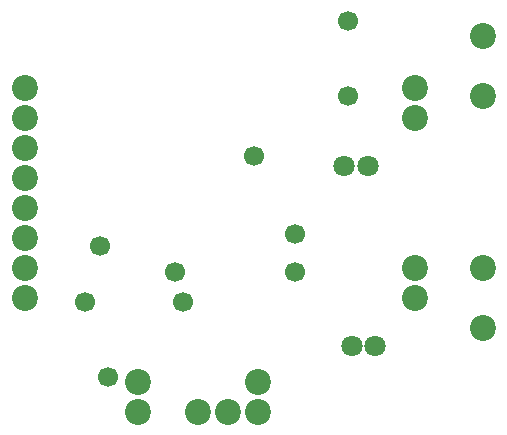
<source format=gts>
%FSLAX34Y34*%
%MOMM*%
%LNSOLDERMASK_TOP*%
G71*
G01*
%ADD10C, 1.70*%
%ADD11C, 2.20*%
%ADD12C, 1.80*%
%LPD*%
X254000Y-85600D02*
G54D10*
D03*
X254000Y-53850D02*
G54D10*
D03*
X298450Y63500D02*
G54D10*
D03*
X298450Y127000D02*
G54D10*
D03*
X355600Y69850D02*
G54D11*
D03*
X355600Y44450D02*
G54D11*
D03*
X25400Y69850D02*
G54D11*
D03*
X25400Y44450D02*
G54D11*
D03*
X25400Y19050D02*
G54D11*
D03*
X25400Y-6350D02*
G54D11*
D03*
X25400Y-31750D02*
G54D11*
D03*
X25400Y-57150D02*
G54D11*
D03*
X355600Y-82550D02*
G54D11*
D03*
X355600Y-107950D02*
G54D11*
D03*
X412750Y-133350D02*
G54D11*
D03*
X412750Y114300D02*
G54D11*
D03*
X412750Y63500D02*
G54D11*
D03*
X412750Y-82550D02*
G54D11*
D03*
X222683Y-178684D02*
G54D11*
D03*
X222683Y-204084D02*
G54D11*
D03*
X197283Y-204084D02*
G54D11*
D03*
X171880Y-204080D02*
G54D11*
D03*
X121083Y-204084D02*
G54D11*
D03*
X121083Y-178684D02*
G54D11*
D03*
X25400Y-82550D02*
G54D11*
D03*
X25400Y-107950D02*
G54D11*
D03*
X95250Y-174500D02*
G54D10*
D03*
X158750Y-111000D02*
G54D10*
D03*
X152400Y-85600D02*
G54D10*
D03*
X76200Y-111000D02*
G54D10*
D03*
X88900Y-63500D02*
G54D10*
D03*
X218892Y12714D02*
G54D10*
D03*
X295493Y3934D02*
G54D12*
D03*
X315493Y3934D02*
G54D12*
D03*
X301843Y-148466D02*
G54D12*
D03*
X321843Y-148466D02*
G54D12*
D03*
M02*

</source>
